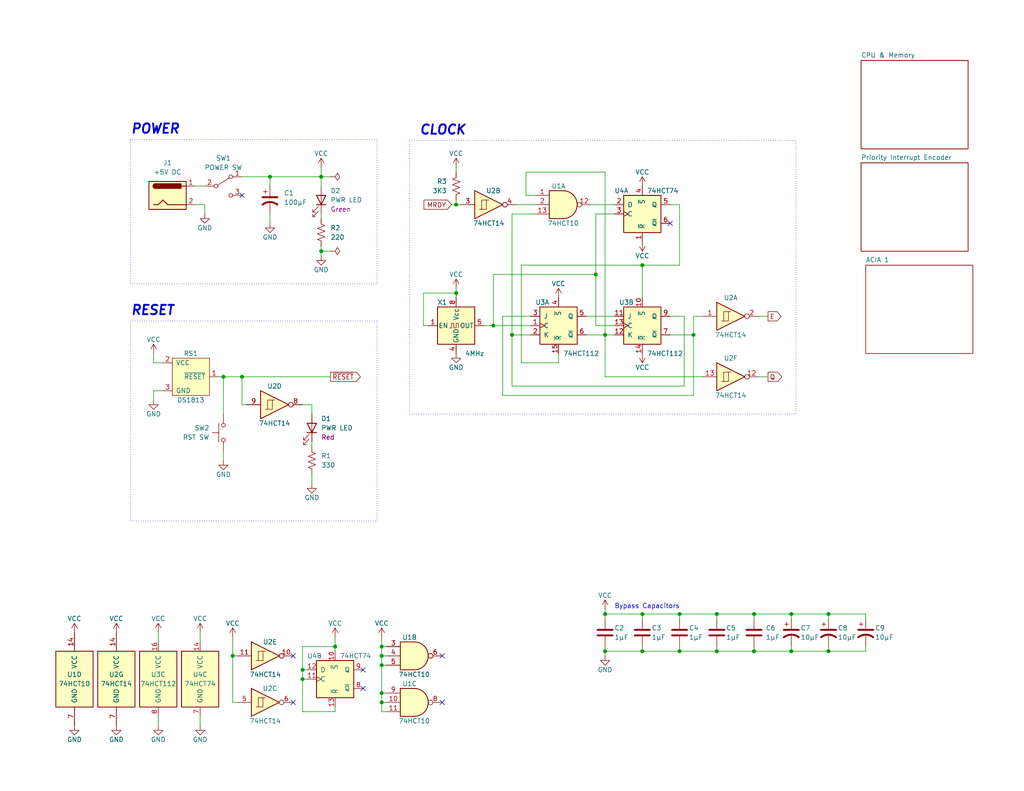
<source format=kicad_sch>
(kicad_sch (version 20230121) (generator eeschema)
  (paper "USLetter")
  (title_block (title "Power, Reset, Clock") (date "2024-01-16") (rev "1.0") (company "Frédéric Segard") (comment 1 "MicroHobbyist") (comment 2 "microhobbyist.com"))
  (lib_symbols
    (symbol "0_Library:DS1813" (pin_names (offset 1.016))
      (property "Reference" "RS" (at 0 2.54 0))
      (property "Value" "DS1813" (at 0 0 0))
      (symbol "DS1813_0_1"
        (rectangle (start 5.08 -1.27) (end -5.08 -11.43) (fill (type background)))
      )
      (symbol "DS1813_1_1"
        (pin output line (at 7.62 -6.35 180) (length 2.54) (name "~{RESET}") (number "1"))
        (pin input line (at -7.62 -2.54 0) (length 2.54) (name "VCC") (number "2"))
        (pin power_in line (at -7.62 -10.16 0) (length 2.54) (name "GND") (number "3"))
      )
    )
    (symbol "74xx:74HC74" (pin_names (offset 1.016))
      (property "Reference" "U" (at -7.62 8.89 0))
      (property "Value" "74HC74" (at -7.62 -8.89 0))
      (symbol "74HC74_1_0"
        (pin input line (at 0 -7.62 90) (length 2.54) (name "~{R}") (number "1"))
        (pin input line (at -7.62 2.54 0) (length 2.54) (name "D") (number "2"))
        (pin input clock (at -7.62 0 0) (length 2.54) (name "C") (number "3"))
        (pin input line (at 0 7.62 270) (length 2.54) (name "~{S}") (number "4"))
        (pin output line (at 7.62 2.54 180) (length 2.54) (name "Q") (number "5"))
        (pin output line (at 7.62 -2.54 180) (length 2.54) (name "~{Q}") (number "6"))
      )
      (symbol "74HC74_1_1"
        (rectangle (start -5.08 5.08) (end 5.08 -5.08) (stroke (width 0.254)) (fill (type background)))
      )
      (symbol "74HC74_2_0"
        (pin input line (at 0 7.62 270) (length 2.54) (name "~{S}") (number "10"))
        (pin input clock (at -7.62 0 0) (length 2.54) (name "C") (number "11"))
        (pin input line (at -7.62 2.54 0) (length 2.54) (name "D") (number "12"))
        (pin input line (at 0 -7.62 90) (length 2.54) (name "~{R}") (number "13"))
        (pin output line (at 7.62 -2.54 180) (length 2.54) (name "~{Q}") (number "8"))
        (pin output line (at 7.62 2.54 180) (length 2.54) (name "Q") (number "9"))
      )
      (symbol "74HC74_2_1"
        (rectangle (start -5.08 5.08) (end 5.08 -5.08) (stroke (width 0.254)) (fill (type background)))
      )
      (symbol "74HC74_3_0"
        (pin power_in line (at 0 10.16 270) (length 2.54) (name "VCC") (number "14"))
        (pin power_in line (at 0 -10.16 90) (length 2.54) (name "GND") (number "7"))
      )
      (symbol "74HC74_3_1"
        (rectangle (start -5.08 7.62) (end 5.08 -7.62) (stroke (width 0.254)) (fill (type background)))
      )
    )
    (symbol "74xx:74LS10" (pin_names (offset 1.016))
      (property "Reference" "U" (at 0 1.27 0))
      (property "Value" "74LS10" (at 0 -1.27 0))
      (symbol "74LS10_1_1"
        (arc (start 0 -3.81) (mid 3.7934 0) (end 0 3.81) (stroke (width 0.254)) (fill (type background)))
        (polyline (pts (xy 0 3.81) (xy -3.81 3.81) (xy -3.81 -3.81) (xy 0 -3.81)) (stroke (width 0.254)) (fill (type background)))
        (pin input line (at -7.62 2.54 0) (length 3.81) (name "~") (number "1"))
        (pin output inverted (at 7.62 0 180) (length 3.81) (name "~") (number "12"))
        (pin input line (at -7.62 -2.54 0) (length 3.81) (name "~") (number "13"))
        (pin input line (at -7.62 0 0) (length 3.81) (name "~") (number "2"))
      )
      (symbol "74LS10_1_2"
        (arc (start -3.81 -3.81) (mid -2.589 0) (end -3.81 3.81) (stroke (width 0.254)))
        (arc (start -0.6096 -3.81) (mid 2.1842 -2.5851) (end 3.81 0) (stroke (width 0.254)) (fill (type background)))
        (polyline (pts (xy -3.81 -3.81) (xy -0.635 -3.81)) (stroke (width 0.254)) (fill (type background)))
        (polyline (pts (xy -3.81 3.81) (xy -0.635 3.81)) (stroke (width 0.254)) (fill (type background)))
        (polyline (pts (xy -0.635 3.81) (xy -3.81 3.81) (xy -3.81 3.81) (xy -3.556 3.4036) (xy -3.0226 2.2606) (xy -2.6924 1.0414) (xy -2.6162 -0.254) (xy -2.7686 -1.4986) (xy -3.175 -2.7178) (xy -3.81 -3.81) (xy -3.81 -3.81) (xy -0.635 -3.81)) (stroke (width -25.4)) (fill (type background)))
        (arc (start 3.81 0) (mid 2.1915 2.5936) (end -0.6096 3.81) (stroke (width 0.254)) (fill (type background)))
        (pin input inverted (at -7.62 2.54 0) (length 4.318) (name "~") (number "1"))
        (pin output line (at 7.62 0 180) (length 3.81) (name "~") (number "12"))
        (pin input inverted (at -7.62 -2.54 0) (length 4.318) (name "~") (number "13"))
        (pin input inverted (at -7.62 0 0) (length 4.953) (name "~") (number "2"))
      )
      (symbol "74LS10_2_1"
        (arc (start 0 -3.81) (mid 3.7934 0) (end 0 3.81) (stroke (width 0.254)) (fill (type background)))
        (polyline (pts (xy 0 3.81) (xy -3.81 3.81) (xy -3.81 -3.81) (xy 0 -3.81)) (stroke (width 0.254)) (fill (type background)))
        (pin input line (at -7.62 2.54 0) (length 3.81) (name "~") (number "3"))
        (pin input line (at -7.62 0 0) (length 3.81) (name "~") (number "4"))
        (pin input line (at -7.62 -2.54 0) (length 3.81) (name "~") (number "5"))
        (pin output inverted (at 7.62 0 180) (length 3.81) (name "~") (number "6"))
      )
      (symbol "74LS10_2_2"
        (arc (start -3.81 -3.81) (mid -2.589 0) (end -3.81 3.81) (stroke (width 0.254)))
        (arc (start -0.6096 -3.81) (mid 2.1842 -2.5851) (end 3.81 0) (stroke (width 0.254)) (fill (type background)))
        (polyline (pts (xy -3.81 -3.81) (xy -0.635 -3.81)) (stroke (width 0.254)) (fill (type background)))
        (polyline (pts (xy -3.81 3.81) (xy -0.635 3.81)) (stroke (width 0.254)) (fill (type background)))
        (polyline (pts (xy -0.635 3.81) (xy -3.81 3.81) (xy -3.81 3.81) (xy -3.556 3.4036) (xy -3.0226 2.2606) (xy -2.6924 1.0414) (xy -2.6162 -0.254) (xy -2.7686 -1.4986) (xy -3.175 -2.7178) (xy -3.81 -3.81) (xy -3.81 -3.81) (xy -0.635 -3.81)) (stroke (width -25.4)) (fill (type background)))
        (arc (start 3.81 0) (mid 2.1915 2.5936) (end -0.6096 3.81) (stroke (width 0.254)) (fill (type background)))
        (pin input inverted (at -7.62 2.54 0) (length 4.318) (name "~") (number "3"))
        (pin input inverted (at -7.62 0 0) (length 4.953) (name "~") (number "4"))
        (pin input inverted (at -7.62 -2.54 0) (length 4.318) (name "~") (number "5"))
        (pin output line (at 7.62 0 180) (length 3.81) (name "~") (number "6"))
      )
      (symbol "74LS10_3_1"
        (arc (start 0 -3.81) (mid 3.7934 0) (end 0 3.81) (stroke (width 0.254)) (fill (type background)))
        (polyline (pts (xy 0 3.81) (xy -3.81 3.81) (xy -3.81 -3.81) (xy 0 -3.81)) (stroke (width 0.254)) (fill (type background)))
        (pin input line (at -7.62 0 0) (length 3.81) (name "~") (number "10"))
        (pin input line (at -7.62 -2.54 0) (length 3.81) (name "~") (number "11"))
        (pin output inverted (at 7.62 0 180) (length 3.81) (name "~") (number "8"))
        (pin input line (at -7.62 2.54 0) (length 3.81) (name "~") (number "9"))
      )
      (symbol "74LS10_3_2"
        (arc (start -3.81 -3.81) (mid -2.589 0) (end -3.81 3.81) (stroke (width 0.254)))
        (arc (start -0.6096 -3.81) (mid 2.1842 -2.5851) (end 3.81 0) (stroke (width 0.254)) (fill (type background)))
        (polyline (pts (xy -3.81 -3.81) (xy -0.635 -3.81)) (stroke (width 0.254)) (fill (type background)))
        (polyline (pts (xy -3.81 3.81) (xy -0.635 3.81)) (stroke (width 0.254)) (fill (type background)))
        (polyline (pts (xy -0.635 3.81) (xy -3.81 3.81) (xy -3.81 3.81) (xy -3.556 3.4036) (xy -3.0226 2.2606) (xy -2.6924 1.0414) (xy -2.6162 -0.254) (xy -2.7686 -1.4986) (xy -3.175 -2.7178) (xy -3.81 -3.81) (xy -3.81 -3.81) (xy -0.635 -3.81)) (stroke (width -25.4)) (fill (type background)))
        (arc (start 3.81 0) (mid 2.1915 2.5936) (end -0.6096 3.81) (stroke (width 0.254)) (fill (type background)))
        (pin input inverted (at -7.62 0 0) (length 4.953) (name "~") (number "10"))
        (pin input inverted (at -7.62 -2.54 0) (length 4.318) (name "~") (number "11"))
        (pin output line (at 7.62 0 180) (length 3.81) (name "~") (number "8"))
        (pin input inverted (at -7.62 2.54 0) (length 4.318) (name "~") (number "9"))
      )
      (symbol "74LS10_4_0"
        (pin power_in line (at 0 12.7 270) (length 5.08) (name "VCC") (number "14"))
        (pin power_in line (at 0 -12.7 90) (length 5.08) (name "GND") (number "7"))
      )
      (symbol "74LS10_4_1"
        (rectangle (start -5.08 7.62) (end 5.08 -7.62) (stroke (width 0.254)) (fill (type background)))
      )
    )
    (symbol "74xx:74LS112" (pin_names (offset 1.016))
      (property "Reference" "U" (at -7.62 8.89 0))
      (property "Value" "74LS112" (at -7.62 -8.89 0))
      (symbol "74LS112_1_0"
        (pin input clock (at -7.62 0 0) (length 2.54) (name "C") (number "1"))
        (pin input line (at 0 -7.62 90) (length 2.54) (name "~{R}") (number "15"))
        (pin input line (at -7.62 -2.54 0) (length 2.54) (name "K") (number "2"))
        (pin input line (at -7.62 2.54 0) (length 2.54) (name "J") (number "3"))
        (pin input line (at 0 7.62 270) (length 2.54) (name "~{S}") (number "4"))
        (pin output line (at 7.62 2.54 180) (length 2.54) (name "Q") (number "5"))
        (pin output line (at 7.62 -2.54 180) (length 2.54) (name "~{Q}") (number "6"))
      )
      (symbol "74LS112_1_1"
        (rectangle (start -5.08 5.08) (end 5.08 -5.08) (stroke (width 0.254)) (fill (type background)))
      )
      (symbol "74LS112_2_0"
        (pin input line (at 0 7.62 270) (length 2.54) (name "~{S}") (number "10"))
        (pin input line (at -7.62 2.54 0) (length 2.54) (name "J") (number "11"))
        (pin input line (at -7.62 -2.54 0) (length 2.54) (name "K") (number "12"))
        (pin input clock (at -7.62 0 0) (length 2.54) (name "C") (number "13"))
        (pin input line (at 0 -7.62 90) (length 2.54) (name "~{R}") (number "14"))
        (pin output line (at 7.62 -2.54 180) (length 2.54) (name "~{Q}") (number "7"))
        (pin output line (at 7.62 2.54 180) (length 2.54) (name "Q") (number "9"))
      )
      (symbol "74LS112_2_1"
        (rectangle (start -5.08 5.08) (end 5.08 -5.08) (stroke (width 0.254)) (fill (type background)))
      )
      (symbol "74LS112_3_0"
        (pin power_in line (at 0 10.16 270) (length 2.54) (name "VCC") (number "16"))
        (pin power_in line (at 0 -10.16 90) (length 2.54) (name "GND") (number "8"))
      )
      (symbol "74LS112_3_1"
        (rectangle (start -5.08 7.62) (end 5.08 -7.62) (stroke (width 0.254)) (fill (type background)))
      )
    )
    (symbol "74xx:74LS14" (pin_names (offset 1.016))
      (property "Reference" "U" (at 0 1.27 0))
      (property "Value" "74LS14" (at 0 -1.27 0))
      (symbol "74LS14_1_0"
        (polyline (pts (xy -3.81 3.81) (xy -3.81 -3.81) (xy 3.81 0) (xy -3.81 3.81)) (stroke (width 0.254)) (fill (type background)))
        (pin input line (at -7.62 0 0) (length 3.81) (name "~") (number "1"))
        (pin output inverted (at 7.62 0 180) (length 3.81) (name "~") (number "2"))
      )
      (symbol "74LS14_1_1"
        (polyline (pts (xy -1.905 -1.27) (xy -1.905 1.27) (xy -0.635 1.27)))
        (polyline (pts (xy -2.54 -1.27) (xy -0.635 -1.27) (xy -0.635 1.27) (xy 0 1.27)))
      )
      (symbol "74LS14_2_0"
        (polyline (pts (xy -3.81 3.81) (xy -3.81 -3.81) (xy 3.81 0) (xy -3.81 3.81)) (stroke (width 0.254)) (fill (type background)))
        (pin input line (at -7.62 0 0) (length 3.81) (name "~") (number "3"))
        (pin output inverted (at 7.62 0 180) (length 3.81) (name "~") (number "4"))
      )
      (symbol "74LS14_2_1"
        (polyline (pts (xy -1.905 -1.27) (xy -1.905 1.27) (xy -0.635 1.27)))
        (polyline (pts (xy -2.54 -1.27) (xy -0.635 -1.27) (xy -0.635 1.27) (xy 0 1.27)))
      )
      (symbol "74LS14_3_0"
        (polyline (pts (xy -3.81 3.81) (xy -3.81 -3.81) (xy 3.81 0) (xy -3.81 3.81)) (stroke (width 0.254)) (fill (type background)))
        (pin input line (at -7.62 0 0) (length 3.81) (name "~") (number "5"))
        (pin output inverted (at 7.62 0 180) (length 3.81) (name "~") (number "6"))
      )
      (symbol "74LS14_3_1"
        (polyline (pts (xy -1.905 -1.27) (xy -1.905 1.27) (xy -0.635 1.27)))
        (polyline (pts (xy -2.54 -1.27) (xy -0.635 -1.27) (xy -0.635 1.27) (xy 0 1.27)))
      )
      (symbol "74LS14_4_0"
        (polyline (pts (xy -3.81 3.81) (xy -3.81 -3.81) (xy 3.81 0) (xy -3.81 3.81)) (stroke (width 0.254)) (fill (type background)))
        (pin output inverted (at 7.62 0 180) (length 3.81) (name "~") (number "8"))
        (pin input line (at -7.62 0 0) (length 3.81) (name "~") (number "9"))
      )
      (symbol "74LS14_4_1"
        (polyline (pts (xy -1.905 -1.27) (xy -1.905 1.27) (xy -0.635 1.27)))
        (polyline (pts (xy -2.54 -1.27) (xy -0.635 -1.27) (xy -0.635 1.27) (xy 0 1.27)))
      )
      (symbol "74LS14_5_0"
        (polyline (pts (xy -3.81 3.81) (xy -3.81 -3.81) (xy 3.81 0) (xy -3.81 3.81)) (stroke (width 0.254)) (fill (type background)))
        (pin output inverted (at 7.62 0 180) (length 3.81) (name "~") (number "10"))
        (pin input line (at -7.62 0 0) (length 3.81) (name "~") (number "11"))
      )
      (symbol "74LS14_5_1"
        (polyline (pts (xy -1.905 -1.27) (xy -1.905 1.27) (xy -0.635 1.27)))
        (polyline (pts (xy -2.54 -1.27) (xy -0.635 -1.27) (xy -0.635 1.27) (xy 0 1.27)))
      )
      (symbol "74LS14_6_0"
        (polyline (pts (xy -3.81 3.81) (xy -3.81 -3.81) (xy 3.81 0) (xy -3.81 3.81)) (stroke (width 0.254)) (fill (type background)))
        (pin output inverted (at 7.62 0 180) (length 3.81) (name "~") (number "12"))
        (pin input line (at -7.62 0 0) (length 3.81) (name "~") (number "13"))
      )
      (symbol "74LS14_6_1"
        (polyline (pts (xy -1.905 -1.27) (xy -1.905 1.27) (xy -0.635 1.27)))
        (polyline (pts (xy -2.54 -1.27) (xy -0.635 -1.27) (xy -0.635 1.27) (xy 0 1.27)))
      )
      (symbol "74LS14_7_0"
        (pin power_in line (at 0 12.7 270) (length 5.08) (name "VCC") (number "14"))
        (pin power_in line (at 0 -12.7 90) (length 5.08) (name "GND") (number "7"))
      )
      (symbol "74LS14_7_1"
        (rectangle (start -5.08 7.62) (end 5.08 -7.62) (stroke (width 0.254)) (fill (type background)))
      )
    )
    (symbol "Connector:Barrel_Jack" (pin_names (offset 1.016))
      (property "Reference" "J" (at 0 5.334 0))
      (property "Value" "Barrel_Jack" (at 0 -5.08 0))
      (symbol "Barrel_Jack_0_1"
        (rectangle (start -5.08 3.81) (end 5.08 -3.81) (stroke (width 0.254)) (fill (type background)))
        (arc (start -3.302 3.175) (mid -3.9343 2.54) (end -3.302 1.905) (stroke (width 0.254)))
        (arc (start -3.302 3.175) (mid -3.9343 2.54) (end -3.302 1.905) (stroke (width 0.254)) (fill (type outline)))
        (polyline (pts (xy 5.08 2.54) (xy 3.81 2.54)) (stroke (width 0.254)))
        (polyline (pts (xy -3.81 -2.54) (xy -2.54 -2.54) (xy -1.27 -1.27) (xy 0 -2.54) (xy 2.54 -2.54) (xy 5.08 -2.54)) (stroke (width 0.254)))
        (rectangle (start 3.683 3.175) (end -3.302 1.905) (stroke (width 0.254)) (fill (type outline)))
      )
      (symbol "Barrel_Jack_1_1"
        (pin passive line (at 7.62 2.54 180) (length 2.54) (name "~") (number "1"))
        (pin passive line (at 7.62 -2.54 180) (length 2.54) (name "~") (number "2"))
      )
    )
    (symbol "Device:C" (pin_numbers hide) (pin_names (offset 0.254))
      (property "Reference" "C" (at 0.635 2.54 0))
      (property "Value" "C" (at 0.635 -2.54 0))
      (symbol "C_0_1"
        (polyline (pts (xy -2.032 -0.762) (xy 2.032 -0.762)) (stroke (width 0.508)))
        (polyline (pts (xy -2.032 0.762) (xy 2.032 0.762)) (stroke (width 0.508)))
      )
      (symbol "C_1_1"
        (pin passive line (at 0 3.81 270) (length 2.794) (name "~") (number "1"))
        (pin passive line (at 0 -3.81 90) (length 2.794) (name "~") (number "2"))
      )
    )
    (symbol "Device:C_Polarized_US" (pin_numbers hide) (pin_names (offset 0.254) hide)
      (property "Reference" "C" (at 0.635 2.54 0))
      (property "Value" "C_Polarized_US" (at 0.635 -2.54 0))
      (symbol "C_Polarized_US_0_1"
        (polyline (pts (xy -2.032 0.762) (xy 2.032 0.762)) (stroke (width 0.508)))
        (polyline (pts (xy -1.778 2.286) (xy -0.762 2.286)))
        (polyline (pts (xy -1.27 1.778) (xy -1.27 2.794)))
        (arc (start 2.032 -1.27) (mid 0 -0.5572) (end -2.032 -1.27) (stroke (width 0.508)))
      )
      (symbol "C_Polarized_US_1_1"
        (pin passive line (at 0 3.81 270) (length 2.794) (name "~") (number "1"))
        (pin passive line (at 0 -3.81 90) (length 3.302) (name "~") (number "2"))
      )
    )
    (symbol "Device:LED" (pin_numbers hide) (pin_names (offset 1.016) hide)
      (property "Reference" "D" (at 0 2.54 0))
      (property "Value" "LED" (at 0 -2.54 0))
      (symbol "LED_0_1"
        (polyline (pts (xy -1.27 -1.27) (xy -1.27 1.27)) (stroke (width 0.254)))
        (polyline (pts (xy -1.27 0) (xy 1.27 0)))
        (polyline (pts (xy 1.27 -1.27) (xy 1.27 1.27) (xy -1.27 0) (xy 1.27 -1.27)) (stroke (width 0.254)))
        (polyline (pts (xy -3.048 -0.762) (xy -4.572 -2.286) (xy -3.81 -2.286) (xy -4.572 -2.286) (xy -4.572 -1.524)))
        (polyline (pts (xy -1.778 -0.762) (xy -3.302 -2.286) (xy -2.54 -2.286) (xy -3.302 -2.286) (xy -3.302 -1.524)))
      )
      (symbol "LED_1_1"
        (pin passive line (at -3.81 0 0) (length 2.54) (name "K") (number "1"))
        (pin passive line (at 3.81 0 180) (length 2.54) (name "A") (number "2"))
      )
    )
    (symbol "Device:R_US" (pin_numbers hide) (pin_names (offset 0))
      (property "Reference" "R" (at 2.54 0 90))
      (property "Value" "R_US" (at -2.54 0 90))
      (symbol "R_US_0_1"
        (polyline (pts (xy 0 -2.286) (xy 0 -2.54)))
        (polyline (pts (xy 0 2.286) (xy 0 2.54)))
        (polyline (pts (xy 0 -0.762) (xy 1.016 -1.143) (xy 0 -1.524) (xy -1.016 -1.905) (xy 0 -2.286)))
        (polyline (pts (xy 0 0.762) (xy 1.016 0.381) (xy 0 0) (xy -1.016 -0.381) (xy 0 -0.762)))
        (polyline (pts (xy 0 2.286) (xy 1.016 1.905) (xy 0 1.524) (xy -1.016 1.143) (xy 0 0.762)))
      )
      (symbol "R_US_1_1"
        (pin passive line (at 0 3.81 270) (length 1.27) (name "~") (number "1"))
        (pin passive line (at 0 -3.81 90) (length 1.27) (name "~") (number "2"))
      )
    )
    (symbol "Oscillator:CXO_DIP8" (pin_names (offset 0.254))
      (property "Reference" "X" (at -5.08 6.35 0))
      (property "Value" "CXO_DIP8" (at 1.27 -6.35 0))
      (symbol "CXO_DIP8_0_1"
        (rectangle (start -5.08 5.08) (end 5.08 -5.08) (stroke (width 0.254)) (fill (type background)))
        (polyline (pts (xy -1.905 -0.635) (xy -1.27 -0.635) (xy -1.27 0.635) (xy -0.635 0.635) (xy -0.635 -0.635) (xy 0 -0.635) (xy 0 0.635) (xy 0.635 0.635) (xy 0.635 -0.635)))
      )
      (symbol "CXO_DIP8_1_1"
        (pin input line (at -7.62 0 0) (length 2.54) (name "EN") (number "1"))
        (pin power_in line (at 0 -7.62 90) (length 2.54) (name "GND") (number "4"))
        (pin output line (at 7.62 0 180) (length 2.54) (name "OUT") (number "5"))
        (pin power_in line (at 0 7.62 270) (length 2.54) (name "Vcc") (number "8"))
      )
    )
    (symbol "Switch:SW_Push" (pin_numbers hide) (pin_names (offset 1.016) hide)
      (property "Reference" "SW" (at 1.27 2.54 0))
      (property "Value" "SW_Push" (at 0 -1.524 0))
      (symbol "SW_Push_0_1"
        (circle (center -2.032 0) (radius 0.508))
        (polyline (pts (xy 0 1.27) (xy 0 3.048)))
        (polyline (pts (xy 2.54 1.27) (xy -2.54 1.27)))
        (circle (center 2.032 0) (radius 0.508))
        (pin passive line (at -5.08 0 0) (length 2.54) (name "1") (number "1"))
        (pin passive line (at 5.08 0 180) (length 2.54) (name "2") (number "2"))
      )
    )
    (symbol "Switch:SW_SPDT" (pin_names (offset 0) hide)
      (property "Reference" "SW" (at 0 4.318 0))
      (property "Value" "SW_SPDT" (at 0 -5.08 0))
      (symbol "SW_SPDT_0_0"
        (circle (center -2.032 0) (radius 0.508))
        (circle (center 2.032 -2.54) (radius 0.508))
      )
      (symbol "SW_SPDT_0_1"
        (polyline (pts (xy -1.524 0.254) (xy 1.651 2.286)))
        (circle (center 2.032 2.54) (radius 0.508))
      )
      (symbol "SW_SPDT_1_1"
        (pin passive line (at 5.08 2.54 180) (length 2.54) (name "A") (number "1"))
        (pin passive line (at -5.08 0 0) (length 2.54) (name "B") (number "2"))
        (pin passive line (at 5.08 -2.54 180) (length 2.54) (name "C") (number "3"))
      )
    )
    (symbol "power:GND" (power) (pin_names (offset 0))
      (property "Value" "GND" (at 0 -3.81 0))
      (symbol "GND_0_1"
        (polyline (pts (xy 0 0) (xy 0 -1.27) (xy 1.27 -1.27) (xy 0 -2.54) (xy -1.27 -1.27) (xy 0 -1.27)))
      )
      (symbol "GND_1_1"
        (pin power_in line (at 0 0 270) (length 0) hide (name "GND") (number "1"))
      )
    )
    (symbol "power:PWR_FLAG" (power) (pin_numbers hide) (pin_names (offset 0) hide)
      (property "Value" "PWR_FLAG" (at 0 3.81 0))
      (symbol "PWR_FLAG_0_0"
        (pin power_out line (at 0 0 90) (length 0) (name "pwr") (number "1"))
      )
      (symbol "PWR_FLAG_0_1"
        (polyline (pts (xy 0 0) (xy 0 1.27) (xy -1.016 1.905) (xy 0 2.54) (xy 1.016 1.905) (xy 0 1.27)))
      )
    )
    (symbol "power:VCC" (power) (pin_names (offset 0))
      (property "Value" "VCC" (at 0 3.81 0))
      (symbol "VCC_0_1"
        (polyline (pts (xy -0.762 1.27) (xy 0 2.54)))
        (polyline (pts (xy 0 0) (xy 0 2.54)))
        (polyline (pts (xy 0 2.54) (xy 0.762 1.27)))
      )
      (symbol "VCC_1_1"
        (pin power_in line (at 0 0 90) (length 0) hide (name "VCC") (number "1"))
      )
    )
  )
  (junction (at 185.42 167.64))
  (junction (at 104.14 179.07))
  (junction (at 104.14 191.77))
  (junction (at 139.7 91.44))
  (junction (at 226.06 167.64))
  (junction (at 104.14 181.61))
  (junction (at 205.74 177.8))
  (junction (at 60.96 102.87))
  (junction (at 175.26 72.39))
  (junction (at 104.14 189.23))
  (junction (at 165.1 91.44))
  (junction (at 185.42 177.8))
  (junction (at 205.74 167.64))
  (junction (at 162.56 74.93))
  (junction (at 87.63 48.26))
  (junction (at 189.23 91.44))
  (junction (at 175.26 177.8))
  (junction (at 165.1 177.8))
  (junction (at 66.04 102.87))
  (junction (at 63.5 179.07))
  (junction (at 91.44 176.53))
  (junction (at 87.63 68.58))
  (junction (at 124.46 80.01))
  (junction (at 134.62 88.9))
  (junction (at 215.9 167.64))
  (junction (at 165.1 167.64))
  (junction (at 82.55 185.42))
  (junction (at 73.66 48.26))
  (junction (at 195.58 177.8))
  (junction (at 215.9 177.8))
  (junction (at 195.58 167.64))
  (junction (at 226.06 177.8))
  (junction (at 82.55 182.88))
  (junction (at 175.26 167.64))
  (junction (at 104.14 176.53))
  (junction (at 124.46 55.88))
  (no_connect (at 80.01 179.07))
  (no_connect (at 120.65 191.77))
  (no_connect (at 80.01 191.77))
  (no_connect (at 120.65 179.07))
  (no_connect (at 99.06 187.96))
  (no_connect (at 66.04 53.34))
  (no_connect (at 99.06 182.88))
  (no_connect (at 182.88 60.96))
  (wire (pts (xy 236.22 176.53) (xy 236.22 177.8)))
  (wire (pts (xy 63.5 173.99) (xy 63.5 179.07)))
  (wire (pts (xy 215.9 177.8) (xy 226.06 177.8)))
  (wire (pts (xy 43.18 195.58) (xy 43.18 198.12)))
  (wire (pts (xy 104.14 189.23) (xy 105.41 189.23)))
  (wire (pts (xy 87.63 68.58) (xy 90.17 68.58)))
  (wire (pts (xy 207.01 102.87) (xy 209.55 102.87)))
  (wire (pts (xy 137.16 86.36) (xy 137.16 107.95)))
  (wire (pts (xy 87.63 48.26) (xy 73.66 48.26)))
  (wire (pts (xy 87.63 58.42) (xy 87.63 59.69)))
  (wire (pts (xy 91.44 194.31) (xy 82.55 194.31)))
  (wire (pts (xy 63.5 179.07) (xy 63.5 191.77)))
  (wire (pts (xy 186.69 86.36) (xy 186.69 105.41)))
  (wire (pts (xy 182.88 86.36) (xy 186.69 86.36)))
  (wire (pts (xy 175.26 167.64) (xy 185.42 167.64)))
  (wire (pts (xy 87.63 48.26) (xy 87.63 50.8)))
  (wire (pts (xy 165.1 91.44) (xy 165.1 46.99)))
  (wire (pts (xy 161.29 55.88) (xy 167.64 55.88)))
  (wire (pts (xy 124.46 78.74) (xy 124.46 80.01)))
  (wire (pts (xy 165.1 177.8) (xy 175.26 177.8)))
  (wire (pts (xy 143.51 53.34) (xy 146.05 53.34)))
  (wire (pts (xy 85.09 129.54) (xy 85.09 132.08)))
  (wire (pts (xy 189.23 91.44) (xy 182.88 91.44)))
  (wire (pts (xy 104.14 181.61) (xy 104.14 179.07)))
  (wire (pts (xy 104.14 181.61) (xy 105.41 181.61)))
  (wire (pts (xy 186.69 105.41) (xy 139.7 105.41)))
  (wire (pts (xy 207.01 86.36) (xy 209.55 86.36)))
  (wire (pts (xy 205.74 167.64) (xy 205.74 168.91)))
  (wire (pts (xy 43.18 172.72) (xy 43.18 175.26)))
  (wire (pts (xy 142.24 99.06) (xy 142.24 72.39)))
  (wire (pts (xy 105.41 194.31) (xy 104.14 194.31)))
  (wire (pts (xy 66.04 102.87) (xy 66.04 110.49)))
  (wire (pts (xy 44.45 99.06) (xy 41.91 99.06)))
  (wire (pts (xy 167.64 88.9) (xy 162.56 88.9)))
  (wire (pts (xy 195.58 167.64) (xy 205.74 167.64)))
  (wire (pts (xy 152.4 96.52) (xy 152.4 99.06)))
  (wire (pts (xy 185.42 55.88) (xy 182.88 55.88)))
  (wire (pts (xy 82.55 176.53) (xy 91.44 176.53)))
  (wire (pts (xy 54.61 172.72) (xy 54.61 175.26)))
  (wire (pts (xy 134.62 88.9) (xy 144.78 88.9)))
  (wire (pts (xy 104.14 176.53) (xy 105.41 176.53)))
  (wire (pts (xy 139.7 91.44) (xy 139.7 58.42)))
  (wire (pts (xy 82.55 182.88) (xy 83.82 182.88)))
  (wire (pts (xy 143.51 46.99) (xy 143.51 53.34)))
  (wire (pts (xy 236.22 167.64) (xy 236.22 168.91)))
  (wire (pts (xy 54.61 195.58) (xy 54.61 198.12)))
  (wire (pts (xy 142.24 72.39) (xy 175.26 72.39)))
  (wire (pts (xy 82.55 110.49) (xy 85.09 110.49)))
  (wire (pts (xy 87.63 45.72) (xy 87.63 48.26)))
  (wire (pts (xy 53.34 55.88) (xy 55.88 55.88)))
  (wire (pts (xy 185.42 167.64) (xy 185.42 168.91)))
  (wire (pts (xy 165.1 177.8) (xy 165.1 179.07)))
  (wire (pts (xy 60.96 102.87) (xy 60.96 113.03)))
  (wire (pts (xy 215.9 177.8) (xy 205.74 177.8)))
  (wire (pts (xy 104.14 189.23) (xy 104.14 181.61)))
  (wire (pts (xy 162.56 58.42) (xy 162.56 74.93)))
  (wire (pts (xy 139.7 58.42) (xy 146.05 58.42)))
  (wire (pts (xy 124.46 55.88) (xy 125.73 55.88)))
  (wire (pts (xy 144.78 86.36) (xy 137.16 86.36)))
  (wire (pts (xy 165.1 176.53) (xy 165.1 177.8)))
  (wire (pts (xy 124.46 54.61) (xy 124.46 55.88)))
  (wire (pts (xy 162.56 58.42) (xy 167.64 58.42)))
  (wire (pts (xy 195.58 167.64) (xy 195.58 168.91)))
  (wire (pts (xy 82.55 194.31) (xy 82.55 185.42)))
  (wire (pts (xy 41.91 99.06) (xy 41.91 96.52)))
  (wire (pts (xy 226.06 167.64) (xy 226.06 168.91)))
  (wire (pts (xy 63.5 191.77) (xy 64.77 191.77)))
  (wire (pts (xy 226.06 167.64) (xy 236.22 167.64)))
  (wire (pts (xy 123.19 55.88) (xy 124.46 55.88)))
  (wire (pts (xy 85.09 110.49) (xy 85.09 113.03)))
  (wire (pts (xy 73.66 58.42) (xy 73.66 60.96)))
  (wire (pts (xy 91.44 176.53) (xy 91.44 173.99)))
  (wire (pts (xy 165.1 167.64) (xy 175.26 167.64)))
  (wire (pts (xy 175.26 176.53) (xy 175.26 177.8)))
  (wire (pts (xy 215.9 168.91) (xy 215.9 167.64)))
  (wire (pts (xy 87.63 68.58) (xy 87.63 69.85)))
  (wire (pts (xy 185.42 177.8) (xy 195.58 177.8)))
  (wire (pts (xy 175.26 167.64) (xy 175.26 168.91)))
  (wire (pts (xy 137.16 107.95) (xy 189.23 107.95)))
  (wire (pts (xy 60.96 102.87) (xy 59.69 102.87)))
  (wire (pts (xy 134.62 74.93) (xy 162.56 74.93)))
  (wire (pts (xy 175.26 177.8) (xy 185.42 177.8)))
  (wire (pts (xy 189.23 107.95) (xy 189.23 91.44)))
  (wire (pts (xy 91.44 193.04) (xy 91.44 194.31)))
  (wire (pts (xy 140.97 55.88) (xy 146.05 55.88)))
  (wire (pts (xy 162.56 88.9) (xy 162.56 74.93)))
  (wire (pts (xy 185.42 176.53) (xy 185.42 177.8)))
  (wire (pts (xy 165.1 102.87) (xy 165.1 91.44)))
  (wire (pts (xy 189.23 86.36) (xy 191.77 86.36)))
  (wire (pts (xy 104.14 194.31) (xy 104.14 191.77)))
  (wire (pts (xy 160.02 86.36) (xy 167.64 86.36)))
  (wire (pts (xy 60.96 102.87) (xy 66.04 102.87)))
  (wire (pts (xy 165.1 46.99) (xy 143.51 46.99)))
  (wire (pts (xy 191.77 102.87) (xy 165.1 102.87)))
  (wire (pts (xy 104.14 191.77) (xy 105.41 191.77)))
  (wire (pts (xy 66.04 102.87) (xy 90.17 102.87)))
  (wire (pts (xy 152.4 99.06) (xy 142.24 99.06)))
  (wire (pts (xy 175.26 72.39) (xy 185.42 72.39)))
  (wire (pts (xy 160.02 91.44) (xy 165.1 91.44)))
  (wire (pts (xy 124.46 80.01) (xy 124.46 81.28)))
  (wire (pts (xy 115.57 88.9) (xy 115.57 80.01)))
  (wire (pts (xy 139.7 91.44) (xy 144.78 91.44)))
  (wire (pts (xy 67.31 110.49) (xy 66.04 110.49)))
  (wire (pts (xy 60.96 123.19) (xy 60.96 125.73)))
  (wire (pts (xy 134.62 74.93) (xy 134.62 88.9)))
  (wire (pts (xy 115.57 80.01) (xy 124.46 80.01)))
  (wire (pts (xy 185.42 167.64) (xy 195.58 167.64)))
  (wire (pts (xy 175.26 72.39) (xy 175.26 81.28)))
  (wire (pts (xy 215.9 167.64) (xy 226.06 167.64)))
  (wire (pts (xy 185.42 72.39) (xy 185.42 55.88)))
  (wire (pts (xy 215.9 176.53) (xy 215.9 177.8)))
  (wire (pts (xy 195.58 177.8) (xy 205.74 177.8)))
  (wire (pts (xy 91.44 176.53) (xy 91.44 177.8)))
  (wire (pts (xy 87.63 67.31) (xy 87.63 68.58)))
  (wire (pts (xy 215.9 167.64) (xy 205.74 167.64)))
  (wire (pts (xy 85.09 120.65) (xy 85.09 121.92)))
  (wire (pts (xy 116.84 88.9) (xy 115.57 88.9)))
  (wire (pts (xy 87.63 48.26) (xy 90.17 48.26)))
  (wire (pts (xy 124.46 45.72) (xy 124.46 46.99)))
  (wire (pts (xy 226.06 176.53) (xy 226.06 177.8)))
  (wire (pts (xy 44.45 106.68) (xy 41.91 106.68)))
  (wire (pts (xy 82.55 185.42) (xy 83.82 185.42)))
  (wire (pts (xy 139.7 105.41) (xy 139.7 91.44)))
  (wire (pts (xy 165.1 167.64) (xy 165.1 168.91)))
  (wire (pts (xy 104.14 173.99) (xy 104.14 176.53)))
  (wire (pts (xy 82.55 182.88) (xy 82.55 176.53)))
  (wire (pts (xy 41.91 106.68) (xy 41.91 109.22)))
  (wire (pts (xy 82.55 185.42) (xy 82.55 182.88)))
  (wire (pts (xy 63.5 179.07) (xy 64.77 179.07)))
  (wire (pts (xy 66.04 48.26) (xy 73.66 48.26)))
  (wire (pts (xy 55.88 55.88) (xy 55.88 58.42)))
  (wire (pts (xy 189.23 86.36) (xy 189.23 91.44)))
  (wire (pts (xy 195.58 176.53) (xy 195.58 177.8)))
  (wire (pts (xy 53.34 50.8) (xy 55.88 50.8)))
  (wire (pts (xy 165.1 166.37) (xy 165.1 167.64)))
  (wire (pts (xy 104.14 179.07) (xy 104.14 176.53)))
  (wire (pts (xy 104.14 179.07) (xy 105.41 179.07)))
  (wire (pts (xy 73.66 48.26) (xy 73.66 50.8)))
  (wire (pts (xy 104.14 191.77) (xy 104.14 189.23)))
  (wire (pts (xy 132.08 88.9) (xy 134.62 88.9)))
  (wire (pts (xy 165.1 91.44) (xy 167.64 91.44)))
  (wire (pts (xy 226.06 177.8) (xy 236.22 177.8)))
  (wire (pts (xy 205.74 176.53) (xy 205.74 177.8)))
  (rectangle (start 35.56 38.1) (end 102.87 77.47) (stroke (width 0) (type dot)))
  (rectangle (start 111.76 38.354) (end 217.17 113.03) (stroke (width 0) (type dot)))
  (rectangle (start 35.56 87.63) (end 102.87 142.24) (stroke (width 0) (type dot)))
  (text "RESET" (at 35.56 86.36 0) (effects (font (size 2.54 2.54) (thickness 0.508) bold italic) (justify left bottom)))
  (text "Bypass Capacitors" (at 167.64 166.37 0) (effects (font (size 1.27 1.27)) (justify left bottom)))
  (text "CLOCK" (at 114.3 37.084 0) (effects (font (size 2.54 2.54) (thickness 0.508) bold italic) (justify left bottom)))
  (text "POWER" (at 35.56 36.83 0) (effects (font (size 2.54 2.54) (thickness 0.508) bold italic) (justify left bottom)))
  (global_label "MRDY" (shape input) (at 123.19 55.88 180) (property "Intersheetrefs" "${INTERSHEET_REFS}" (effects hide)))
  (global_label "~{RESET}" (shape output) (at 90.17 102.87 0) (property "Intersheetrefs" "${INTERSHEET_REFS}" (effects hide)))
  (global_label "E" (shape output) (at 209.55 86.36 0) (property "Intersheetrefs" "${INTERSHEET_REFS}" (effects hide)))
  (global_label "Q" (shape output) (at 209.55 102.87 0) (property "Intersheetrefs" "${INTERSHEET_REFS}" (effects hide)))
  (symbol (lib_id "Device:R_US") (at 85.09 125.73 0) (unit 1)
    (property "Reference" "R1" (at 87.63 124.46 0) (effects (justify left)))
    (property "Value" "330" (at 87.63 127 0) (effects (justify left)))
  )
  (symbol (lib_id "Device:C") (at 165.1 172.72 0) (unit 1)
    (property "Reference" "C2" (at 167.64 171.45 0) (effects (justify left)))
    (property "Value" "1µF" (at 167.64 173.99 0) (effects (justify left)))
  )
  (symbol (lib_id "power:GND") (at 43.18 198.12 0) (mirror y) (unit 1)
    (property "Reference" "#PWR08" (effects hide))
    (property "Value" "GND" (at 43.18 201.93 0))
  )
  (symbol (lib_id "power:PWR_FLAG") (at 90.17 68.58 270) (unit 1)
    (property "Reference" "#FLG02" (effects hide))
    (property "Value" "PWR_FLAG" (effects hide))
  )
  (symbol (lib_id "74xx:74LS14") (at 74.93 110.49 0) (unit 4)
    (property "Reference" "U2" (at 74.93 105.41 0))
    (property "Value" "74HCT14" (at 74.93 115.57 0))
    (property "Datasheet" "http://www.ti.com/lit/gpn/sn74LS14" (effects hide))
  )
  (symbol (lib_id "74xx:74LS14") (at 31.75 185.42 0) (mirror y) (unit 7)
    (property "Reference" "U2" (at 31.75 184.15 0))
    (property "Value" "74HCT14" (at 31.75 186.69 0))
    (property "Datasheet" "http://www.ti.com/lit/gpn/sn74LS14" (effects hide))
  )
  (symbol (lib_id "74xx:74HC74") (at 175.26 58.42 0) (unit 1)
    (property "Reference" "U4" (at 167.64 52.07 0) (effects (justify left)))
    (property "Value" "74HCT74" (at 176.53 52.07 0) (effects (justify left)))
    (property "Datasheet" "74xx/74hc_hct74.pdf" (effects hide))
  )
  (symbol (lib_id "power:GND") (at 31.75 198.12 0) (mirror y) (unit 1)
    (property "Reference" "#PWR04" (effects hide))
    (property "Value" "GND" (at 31.75 201.93 0))
  )
  (symbol (lib_id "power:VCC") (at 175.26 96.52 180) (unit 1)
    (property "Reference" "#PWR028" (effects hide))
    (property "Value" "VCC" (at 175.26 100.33 0))
  )
  (symbol (lib_id "power:VCC") (at 104.14 173.99 0) (unit 1)
    (property "Reference" "#PWR019" (effects hide))
    (property "Value" "VCC" (at 104.14 170.18 0))
  )
  (symbol (lib_id "power:GND") (at 87.63 69.85 0) (unit 1)
    (property "Reference" "#PWR017" (effects hide))
    (property "Value" "GND" (at 87.63 73.66 0))
  )
  (symbol (lib_id "74xx:74LS14") (at 199.39 102.87 0) (unit 6)
    (property "Reference" "U2" (at 199.39 97.79 0))
    (property "Value" "74HCT14" (at 199.39 107.95 0))
    (property "Datasheet" "http://www.ti.com/lit/gpn/sn74LS14" (effects hide))
  )
  (symbol (lib_id "Device:C_Polarized_US") (at 73.66 54.61 0) (unit 1)
    (property "Reference" "C1" (at 77.47 52.705 0) (effects (justify left)))
    (property "Value" "100µF" (at 77.47 55.245 0) (effects (justify left)))
  )
  (symbol (lib_id "74xx:74HC74") (at 54.61 185.42 0) (mirror y) (unit 3)
    (property "Reference" "U4" (at 54.61 184.15 0))
    (property "Value" "74HCT74" (at 54.61 186.69 0))
    (property "Datasheet" "74xx/74hc_hct74.pdf" (effects hide))
  )
  (symbol (lib_id "Device:C") (at 205.74 172.72 0) (unit 1)
    (property "Reference" "C6" (at 208.915 171.45 0) (effects (justify left)))
    (property "Value" "1µF" (at 208.915 173.99 0) (effects (justify left)))
  )
  (symbol (lib_id "power:VCC") (at 31.75 172.72 0) (mirror y) (unit 1)
    (property "Reference" "#PWR03" (effects hide))
    (property "Value" "VCC" (at 31.75 168.91 0))
  )
  (symbol (lib_id "power:VCC") (at 87.63 45.72 0) (unit 1)
    (property "Reference" "#PWR016" (effects hide))
    (property "Value" "VCC" (at 87.63 41.91 0))
  )
  (symbol (lib_id "Switch:SW_Push") (at 60.96 118.11 90) (mirror x) (unit 1)
    (property "Reference" "SW2" (at 57.15 116.84 90) (effects (justify left)))
    (property "Value" "RST SW" (at 57.15 119.38 90) (effects (justify left)))
  )
  (symbol (lib_id "74xx:74LS112") (at 43.18 185.42 0) (mirror y) (unit 3)
    (property "Reference" "U3" (at 43.18 184.15 0))
    (property "Value" "74HCT112" (at 43.18 186.69 0))
    (property "Datasheet" "http://www.ti.com/lit/gpn/sn74LS112" (effects hide))
  )
  (symbol (lib_id "Device:LED") (at 87.63 54.61 270) (mirror x) (unit 1)
    (property "Reference" "D2" (at 90.17 52.07 90) (effects (justify left)))
    (property "Value" "PWR LED" (at 90.17 54.61 90) (effects (justify left)))
    (property "Color" "Green" (at 90.17 57.15 90) (effects (justify left)))
  )
  (symbol (lib_id "Connector:Barrel_Jack") (at 45.72 53.34 0) (unit 1)
    (property "Reference" "J1" (at 45.72 44.45 0))
    (property "Value" "+5V DC" (at 45.72 46.99 0))
  )
  (symbol (lib_id "Device:C_Polarized_US") (at 226.06 172.72 0) (unit 1)
    (property "Reference" "C8" (at 228.6 171.45 0) (effects (justify left)))
    (property "Value" "10µF" (at 228.6 173.99 0) (effects (justify left)))
  )
  (symbol (lib_id "power:VCC") (at 152.4 81.28 0) (unit 1)
    (property "Reference" "#PWR023" (effects hide))
    (property "Value" "VCC" (at 152.4 77.47 0))
  )
  (symbol (lib_id "Device:C_Polarized_US") (at 236.22 172.72 0) (unit 1)
    (property "Reference" "C9" (at 238.76 171.45 0) (effects (justify left)))
    (property "Value" "10µF" (at 238.76 173.99 0) (effects (justify left)))
  )
  (symbol (lib_id "74xx:74LS14") (at 72.39 179.07 0) (unit 5)
    (property "Reference" "U2" (at 73.66 175.26 0))
    (property "Value" "74HCT14" (at 72.39 184.15 0))
    (property "Datasheet" "http://www.ti.com/lit/gpn/sn74LS14" (effects hide))
  )
  (symbol (lib_id "Oscillator:CXO_DIP8") (at 124.46 88.9 0) (unit 1)
    (property "Reference" "X1" (at 120.65 82.55 0))
    (property "Value" "4MHz" (at 129.54 96.52 0))
    (property "Footprint" "Oscillator:Oscillator_DIP-8" (effects hide))
    (property "Datasheet" "http://cdn-reichelt.de/documents/datenblatt/B400/OSZI.pdf" (effects hide))
  )
  (symbol (lib_id "74xx:74LS112") (at 175.26 88.9 0) (unit 2)
    (property "Reference" "U3" (at 168.91 82.55 0) (effects (justify left)))
    (property "Value" "74HCT112" (at 176.53 96.52 0) (effects (justify left)))
    (property "Datasheet" "http://www.ti.com/lit/gpn/sn74LS112" (effects hide))
  )
  (symbol (lib_id "power:VCC") (at 41.91 96.52 0) (unit 1)
    (property "Reference" "#PWR05" (effects hide))
    (property "Value" "VCC" (at 41.91 92.71 0))
  )
  (symbol (lib_id "power:GND") (at 85.09 132.08 0) (unit 1)
    (property "Reference" "#PWR015" (effects hide))
    (property "Value" "GND" (at 85.09 135.89 0))
  )
  (symbol (lib_id "power:GND") (at 41.91 109.22 0) (unit 1)
    (property "Reference" "#PWR06" (effects hide))
    (property "Value" "GND" (at 41.91 113.03 0))
  )
  (symbol (lib_id "power:VCC") (at 165.1 166.37 0) (unit 1)
    (property "Reference" "#PWR024" (effects hide))
    (property "Value" "VCC" (at 165.1 162.56 0))
  )
  (symbol (lib_id "power:VCC") (at 175.26 50.8 0) (unit 1)
    (property "Reference" "#PWR026" (effects hide))
    (property "Value" "VCC" (at 175.26 46.99 0))
  )
  (symbol (lib_id "74xx:74LS14") (at 199.39 86.36 0) (unit 1)
    (property "Reference" "U2" (at 199.39 81.28 0))
    (property "Value" "74HCT14" (at 199.39 91.44 0))
    (property "Datasheet" "http://www.ti.com/lit/gpn/sn74LS14" (effects hide))
  )
  (symbol (lib_id "Device:C") (at 195.58 172.72 0) (unit 1)
    (property "Reference" "C5" (at 198.12 171.45 0) (effects (justify left)))
    (property "Value" "1µF" (at 198.12 173.99 0) (effects (justify left)))
  )
  (symbol (lib_id "power:GND") (at 20.32 198.12 0) (mirror y) (unit 1)
    (property "Reference" "#PWR02" (effects hide))
    (property "Value" "GND" (at 20.32 201.93 0))
  )
  (symbol (lib_id "power:GND") (at 73.66 60.96 0) (unit 1)
    (property "Reference" "#PWR014" (effects hide))
    (property "Value" "GND" (at 73.66 64.77 0))
  )
  (symbol (lib_id "power:VCC") (at 91.44 173.99 0) (unit 1)
    (property "Reference" "#PWR018" (effects hide))
    (property "Value" "VCC" (at 91.44 170.18 0))
  )
  (symbol (lib_id "power:VCC") (at 54.61 172.72 0) (mirror y) (unit 1)
    (property "Reference" "#PWR09" (effects hide))
    (property "Value" "VCC" (at 54.61 168.91 0))
  )
  (symbol (lib_id "74xx:74LS14") (at 72.39 191.77 0) (unit 3)
    (property "Reference" "U2" (at 73.66 187.96 0))
    (property "Value" "74HCT14" (at 72.39 196.85 0))
    (property "Datasheet" "http://www.ti.com/lit/gpn/sn74LS14" (effects hide))
  )
  (symbol (lib_id "Switch:SW_SPDT") (at 60.96 50.8 0) (unit 1)
    (property "Reference" "SW1" (at 60.96 43.18 0))
    (property "Value" "POWER SW" (at 60.96 45.72 0))
  )
  (symbol (lib_id "power:VCC") (at 175.26 66.04 0) (mirror x) (unit 1)
    (property "Reference" "#PWR027" (effects hide))
    (property "Value" "VCC" (at 175.26 69.85 0))
  )
  (symbol (lib_id "power:VCC") (at 20.32 172.72 0) (mirror y) (unit 1)
    (property "Reference" "#PWR01" (effects hide))
    (property "Value" "VCC" (at 20.32 168.91 0))
  )
  (symbol (lib_id "Device:LED") (at 85.09 116.84 270) (mirror x) (unit 1)
    (property "Reference" "D1" (at 87.63 114.3 90) (effects (justify left)))
    (property "Value" "PWR LED" (at 87.63 116.84 90) (effects (justify left)))
    (property "Color" "Red" (at 87.63 119.38 90) (effects (justify left)))
  )
  (symbol (lib_id "power:GND") (at 54.61 198.12 0) (mirror y) (unit 1)
    (property "Reference" "#PWR010" (effects hide))
    (property "Value" "GND" (at 54.61 201.93 0))
  )
  (symbol (lib_id "Device:R_US") (at 124.46 50.8 0) (mirror y) (unit 1)
    (property "Reference" "R3" (at 121.92 49.53 0) (effects (justify left)))
    (property "Value" "3K3" (at 121.92 52.07 0) (effects (justify left)))
  )
  (symbol (lib_id "Device:C") (at 175.26 172.72 0) (unit 1)
    (property "Reference" "C3" (at 177.8 171.45 0) (effects (justify left)))
    (property "Value" "1µF" (at 177.8 173.99 0) (effects (justify left)))
  )
  (symbol (lib_id "Device:C") (at 185.42 172.72 0) (unit 1)
    (property "Reference" "C4" (at 187.96 171.45 0) (effects (justify left)))
    (property "Value" "1µF" (at 187.96 173.99 0) (effects (justify left)))
  )
  (symbol (lib_id "74xx:74HC74") (at 91.44 185.42 0) (unit 2)
    (property "Reference" "U4" (at 83.82 179.07 0) (effects (justify left)))
    (property "Value" "74HCT74" (at 92.71 179.07 0) (effects (justify left)))
    (property "Datasheet" "74xx/74hc_hct74.pdf" (effects hide))
  )
  (symbol (lib_id "power:GND") (at 124.46 96.52 0) (unit 1)
    (property "Reference" "#PWR022" (effects hide))
    (property "Value" "GND" (at 124.46 100.33 0))
  )
  (symbol (lib_id "Device:C_Polarized_US") (at 215.9 172.72 0) (unit 1)
    (property "Reference" "C7" (at 218.44 171.45 0) (effects (justify left)))
    (property "Value" "10µF" (at 218.44 173.99 0) (effects (justify left)))
  )
  (symbol (lib_id "power:VCC") (at 124.46 45.72 0) (unit 1)
    (property "Reference" "#PWR020" (effects hide))
    (property "Value" "VCC" (at 124.46 41.91 0))
  )
  (symbol (lib_id "power:VCC") (at 43.18 172.72 0) (mirror y) (unit 1)
    (property "Reference" "#PWR07" (effects hide))
    (property "Value" "VCC" (at 43.18 168.91 0))
  )
  (symbol (lib_id "74xx:74LS14") (at 133.35 55.88 0) (unit 2)
    (property "Reference" "U2" (at 134.62 52.07 0))
    (property "Value" "74HCT14" (at 133.35 60.96 0))
    (property "Datasheet" "http://www.ti.com/lit/gpn/sn74LS14" (effects hide))
  )
  (symbol (lib_id "74xx:74LS10") (at 20.32 185.42 0) (unit 4)
    (property "Reference" "U1" (at 20.32 184.15 0))
    (property "Value" "74HCT10" (at 20.32 186.69 0))
    (property "Datasheet" "http://www.ti.com/lit/gpn/sn74LS10" (effects hide))
  )
  (symbol (lib_id "74xx:74LS10") (at 153.67 55.88 0) (unit 1)
    (property "Reference" "U1" (at 152.4 50.8 0))
    (property "Value" "74HCT10" (at 153.67 60.96 0))
    (property "Datasheet" "http://www.ti.com/lit/gpn/sn74LS10" (effects hide))
  )
  (symbol (lib_id "power:PWR_FLAG") (at 90.17 48.26 270) (unit 1)
    (property "Reference" "#FLG01" (effects hide))
    (property "Value" "PWR_FLAG" (effects hide))
  )
  (symbol (lib_id "power:VCC") (at 124.46 78.74 0) (unit 1)
    (property "Reference" "#PWR021" (effects hide))
    (property "Value" "VCC" (at 124.46 74.93 0))
  )
  (symbol (lib_id "power:GND") (at 55.88 58.42 0) (unit 1)
    (property "Reference" "#PWR011" (effects hide))
    (property "Value" "GND" (at 55.88 62.23 0))
  )
  (symbol (lib_id "74xx:74LS112") (at 152.4 88.9 0) (unit 1)
    (property "Reference" "U3" (at 146.05 82.55 0) (effects (justify left)))
    (property "Value" "74HCT112" (at 153.67 96.52 0) (effects (justify left)))
    (property "Datasheet" "http://www.ti.com/lit/gpn/sn74LS112" (effects hide))
  )
  (symbol (lib_id "74xx:74LS10") (at 113.03 191.77 0) (unit 3)
    (property "Reference" "U1" (at 111.76 186.69 0))
    (property "Value" "74HCT10" (at 113.03 196.85 0))
    (property "Datasheet" "http://www.ti.com/lit/gpn/sn74LS10" (effects hide))
  )
  (symbol (lib_id "power:GND") (at 60.96 125.73 0) (unit 1)
    (property "Reference" "#PWR012" (effects hide))
    (property "Value" "GND" (at 60.96 129.54 0))
  )
  (symbol (lib_id "Device:R_US") (at 87.63 63.5 0) (unit 1)
    (property "Reference" "R2" (at 90.17 62.23 0) (effects (justify left)))
    (property "Value" "220" (at 90.17 64.77 0) (effects (justify left)))
  )
  (symbol (lib_id "power:GND") (at 165.1 179.07 0) (unit 1)
    (property "Reference" "#PWR025" (effects hide))
    (property "Value" "GND" (at 165.1 182.88 0))
  )
  (symbol (lib_id "74xx:74LS10") (at 113.03 179.07 0) (unit 2)
    (property "Reference" "U1" (at 111.76 173.99 0))
    (property "Value" "74HCT10" (at 113.03 184.15 0))
    (property "Datasheet" "http://www.ti.com/lit/gpn/sn74LS10" (effects hide))
  )
  (symbol (lib_id "0_Library:DS1813") (at 52.07 96.52 0) (unit 1)
    (property "Reference" "RS1" (at 52.07 96.52 0))
    (property "Value" "DS1813" (at 52.07 109.22 0))
  )
  (symbol (lib_id "power:VCC") (at 63.5 173.99 0) (unit 1)
    (property "Reference" "#PWR013" (effects hide))
    (property "Value" "VCC" (at 63.5 170.18 0))
  )
  (sheet (at 234.95 44.45) (size 29.21 24.13) (stroke (width 0.1524))
    (property "Sheetname" "Priority Interrupt Encoder" (at 234.95 43.7384 0) (effects (justify left bottom)))
    (property "Sheetfile" "Interrupt.kicad_sch" (effects hide))
  )
  (sheet (at 234.95 16.51) (size 29.21 24.13) (stroke (width 0.1524))
    (property "Sheetname" "CPU & Memory" (at 234.95 15.7984 0) (effects (justify left bottom)))
    (property "Sheetfile" "CPU & Memory.kicad_sch" (effects hide))
  )
  (sheet (at 236.22 72.39) (size 29.21 24.13) (stroke (width 0.1524))
    (property "Sheetname" "ACIA 1" (at 236.22 71.6784 0) (effects (justify left bottom)))
    (property "Sheetfile" "Acia1.kicad_sch" (effects hide))
  )
)
</source>
